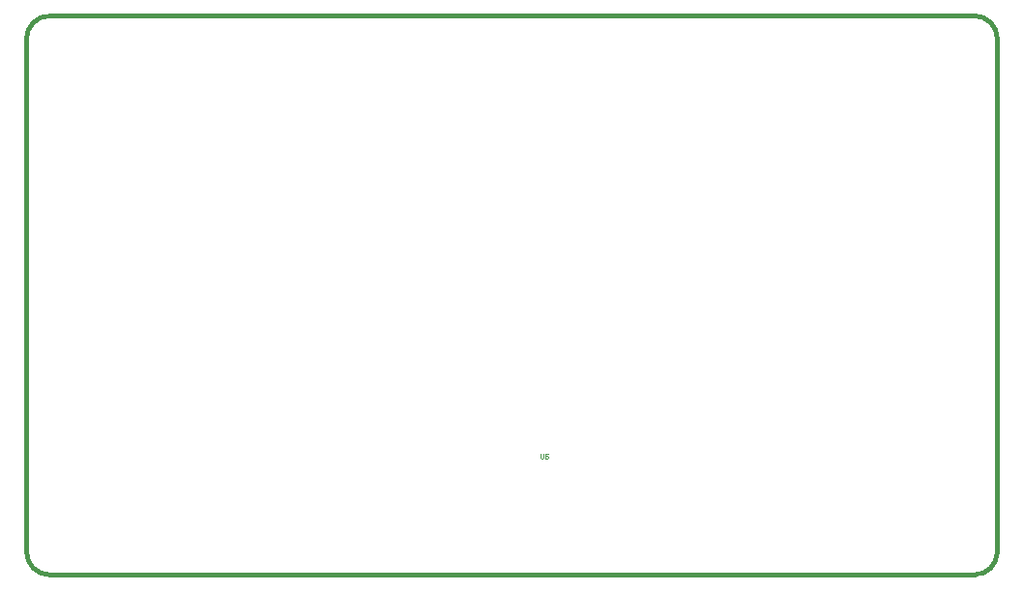
<source format=gm1>
G04*
G04 #@! TF.GenerationSoftware,Altium Limited,Altium Designer,21.9.2 (33)*
G04*
G04 Layer_Color=16711935*
%FSLAX25Y25*%
%MOIN*%
G70*
G04*
G04 #@! TF.SameCoordinates,A0D018B4-DB31-4F92-A021-C5504D576F11*
G04*
G04*
G04 #@! TF.FilePolarity,Positive*
G04*
G01*
G75*
%ADD21C,0.01500*%
%ADD98C,0.00236*%
D21*
X334646Y185039D02*
G03*
X326772Y192913I-7874J0D01*
G01*
Y0D02*
G03*
X334646Y7874I0J7874D01*
G01*
X7874Y192913D02*
G03*
X0Y185039I0J-7874D01*
G01*
Y7874D02*
G03*
X7874Y0I7874J0D01*
G01*
X334646Y7874D02*
Y185039D01*
X7874Y192913D02*
X326772D01*
X7874Y0D02*
X326772D01*
X0Y7874D02*
Y185039D01*
D98*
X177140Y41634D02*
Y40322D01*
X177402Y40060D01*
X177927D01*
X178189Y40322D01*
Y41634D01*
X179764D02*
X178714D01*
Y40847D01*
X179239Y41110D01*
X179501D01*
X179764Y40847D01*
Y40322D01*
X179501Y40060D01*
X178976D01*
X178714Y40322D01*
M02*

</source>
